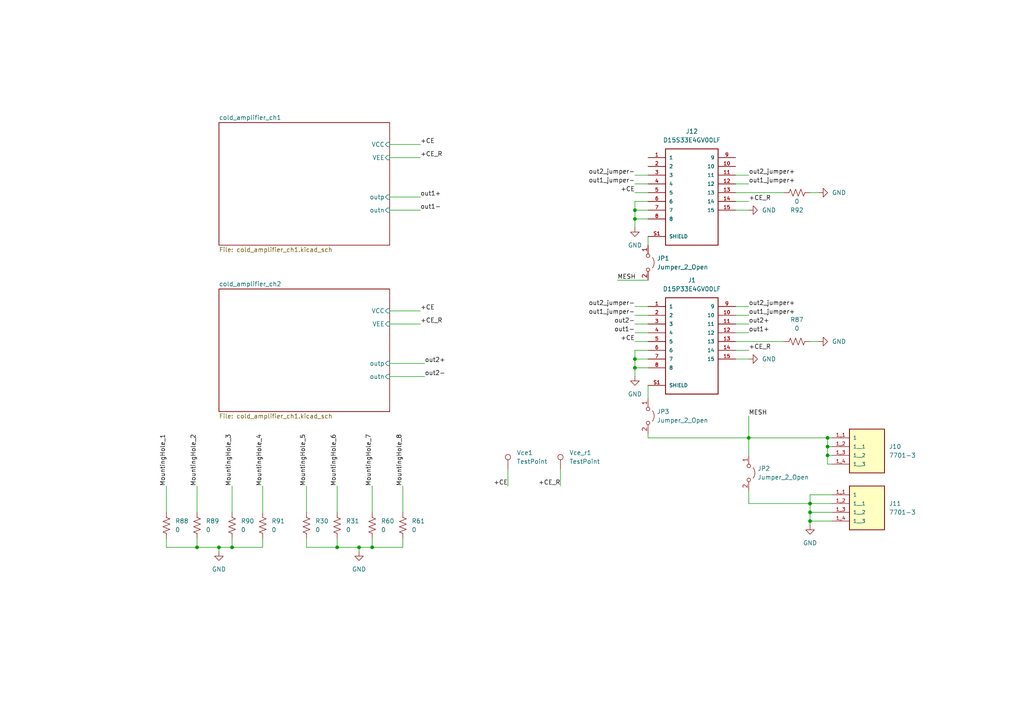
<source format=kicad_sch>
(kicad_sch (version 20230121) (generator eeschema)
  (paper "A4")
  (lib_symbols
    (symbol "7701-3:7701-3" (pin_names (offset 1.016))
      (property "Reference" "J" (at -5.08 3.302 0))
      (property "Value" "7701-3" (at -5.08 -12.7 0))
      (symbol "7701-3_0_0"
        (rectangle (start -5.08 2.54) (end 5.08 -10.16) (stroke (width 0.254)) (fill (type background)))
        (pin passive line (at -10.16 0 0) (length 5.08) (name "1") (number "1_1"))
        (pin passive line (at -10.16 -2.54 0) (length 5.08) (name "1__1") (number "1_2"))
        (pin passive line (at -10.16 -5.08 0) (length 5.08) (name "1__2") (number "1_3"))
        (pin passive line (at -10.16 -7.62 0) (length 5.08) (name "1__3") (number "1_4"))
      )
    )
    (symbol "Connector:TestPoint" (pin_numbers hide) (pin_names (offset 0.762) hide)
      (property "Reference" "TP" (at 0 6.858 0))
      (property "Value" "TestPoint" (at 0 5.08 0))
      (symbol "TestPoint_0_1"
        (circle (center 0 3.302) (radius 0.762))
      )
      (symbol "TestPoint_1_1"
        (pin passive line (at 0 0 90) (length 2.54) (name "1") (number "1"))
      )
    )
    (symbol "D15P33E4GV00LF:D15P33E4GV00LF" (pin_names (offset 1.016))
      (property "Reference" "J" (at -7.62 10.668 0))
      (property "Value" "D15P33E4GV00LF" (at -7.62 -21.59 0))
      (symbol "D15P33E4GV00LF_0_0"
        (polyline (pts (xy -7.62 -17.78) (xy 7.62 -17.78)) (stroke (width 0.254)))
        (polyline (pts (xy -7.62 7.62) (xy -7.62 -17.78)) (stroke (width 0.254)))
        (polyline (pts (xy -7.62 10.16) (xy -7.62 7.62)) (stroke (width 0.254)))
        (polyline (pts (xy 7.62 -17.78) (xy 7.62 10.16)) (stroke (width 0.254)))
        (polyline (pts (xy 7.62 10.16) (xy -7.62 10.16)) (stroke (width 0.254)))
        (pin passive line (at -12.7 7.62 0) (length 5.08) (name "1") (number "1"))
        (pin passive line (at 12.7 5.08 180) (length 5.08) (name "10") (number "10"))
        (pin passive line (at 12.7 2.54 180) (length 5.08) (name "11") (number "11"))
        (pin passive line (at 12.7 0 180) (length 5.08) (name "12") (number "12"))
        (pin passive line (at 12.7 -2.54 180) (length 5.08) (name "13") (number "13"))
        (pin passive line (at 12.7 -5.08 180) (length 5.08) (name "14") (number "14"))
        (pin passive line (at 12.7 -7.62 180) (length 5.08) (name "15") (number "15"))
        (pin passive line (at -12.7 5.08 0) (length 5.08) (name "2") (number "2"))
        (pin passive line (at -12.7 2.54 0) (length 5.08) (name "3") (number "3"))
        (pin passive line (at -12.7 0 0) (length 5.08) (name "4") (number "4"))
        (pin passive line (at -12.7 -2.54 0) (length 5.08) (name "5") (number "5"))
        (pin passive line (at -12.7 -5.08 0) (length 5.08) (name "6") (number "6"))
        (pin passive line (at -12.7 -7.62 0) (length 5.08) (name "7") (number "7"))
        (pin passive line (at -12.7 -10.16 0) (length 5.08) (name "8") (number "8"))
        (pin passive line (at 12.7 7.62 180) (length 5.08) (name "9") (number "9"))
      )
      (symbol "D15P33E4GV00LF_1_0"
        (pin passive line (at -12.7 -15.24 0) (length 5.08) (name "SHIELD") (number "S1"))
      )
    )
    (symbol "D15S33E4GV00LF:D15S33E4GV00LF" (pin_names (offset 1.016))
      (property "Reference" "J" (at -7.62 13.462 0))
      (property "Value" "D15S33E4GV00LF" (at -7.62 -17.78 0))
      (symbol "D15S33E4GV00LF_0_0"
        (pin passive line (at 12.7 7.62 180) (length 5.08) (name "10") (number "10"))
        (pin passive line (at 12.7 5.08 180) (length 5.08) (name "11") (number "11"))
        (pin passive line (at 12.7 2.54 180) (length 5.08) (name "12") (number "12"))
        (pin passive line (at 12.7 0 180) (length 5.08) (name "13") (number "13"))
        (pin passive line (at 12.7 -2.54 180) (length 5.08) (name "14") (number "14"))
        (pin passive line (at 12.7 -5.08 180) (length 5.08) (name "15") (number "15"))
        (pin passive line (at -12.7 -12.7 0) (length 5.08) (name "SHIELD") (number "S1"))
      )
      (symbol "D15S33E4GV00LF_1_0"
        (rectangle (start -7.62 12.7) (end 7.62 -15.24) (stroke (width 0.254)))
        (pin passive line (at -12.7 10.16 0) (length 5.08) (name "1") (number "1"))
        (pin passive line (at -12.7 7.62 0) (length 5.08) (name "2") (number "2"))
        (pin passive line (at -12.7 5.08 0) (length 5.08) (name "3") (number "3"))
        (pin passive line (at -12.7 2.54 0) (length 5.08) (name "4") (number "4"))
        (pin passive line (at -12.7 0 0) (length 5.08) (name "5") (number "5"))
        (pin passive line (at -12.7 -2.54 0) (length 5.08) (name "6") (number "6"))
        (pin passive line (at -12.7 -5.08 0) (length 5.08) (name "7") (number "7"))
        (pin passive line (at -12.7 -7.62 0) (length 5.08) (name "8") (number "8"))
        (pin passive line (at 12.7 10.16 180) (length 5.08) (name "9") (number "9"))
      )
    )
    (symbol "Device:R_US" (pin_numbers hide) (pin_names (offset 0))
      (property "Reference" "R" (at 2.54 0 90))
      (property "Value" "R_US" (at -2.54 0 90))
      (symbol "R_US_0_1"
        (polyline (pts (xy 0 -2.286) (xy 0 -2.54)))
        (polyline (pts (xy 0 2.286) (xy 0 2.54)))
        (polyline (pts (xy 0 -0.762) (xy 1.016 -1.143) (xy 0 -1.524) (xy -1.016 -1.905) (xy 0 -2.286)))
        (polyline (pts (xy 0 0.762) (xy 1.016 0.381) (xy 0 0) (xy -1.016 -0.381) (xy 0 -0.762)))
        (polyline (pts (xy 0 2.286) (xy 1.016 1.905) (xy 0 1.524) (xy -1.016 1.143) (xy 0 0.762)))
      )
      (symbol "R_US_1_1"
        (pin passive line (at 0 3.81 270) (length 1.27) (name "~") (number "1"))
        (pin passive line (at 0 -3.81 90) (length 1.27) (name "~") (number "2"))
      )
    )
    (symbol "Jumper:Jumper_2_Open" (pin_names (offset 0) hide)
      (property "Reference" "JP" (at 0 2.794 0))
      (property "Value" "Jumper_2_Open" (at 0 -2.286 0))
      (symbol "Jumper_2_Open_0_0"
        (circle (center -2.032 0) (radius 0.508))
        (circle (center 2.032 0) (radius 0.508))
      )
      (symbol "Jumper_2_Open_0_1"
        (arc (start 1.524 1.27) (mid 0 1.778) (end -1.524 1.27))
      )
      (symbol "Jumper_2_Open_1_1"
        (pin passive line (at -5.08 0 0) (length 2.54) (name "A") (number "1"))
        (pin passive line (at 5.08 0 180) (length 2.54) (name "B") (number "2"))
      )
    )
    (symbol "Jumper_2_Open_1" (pin_names (offset 0) hide)
      (property "Reference" "JP" (at 0 2.794 0))
      (property "Value" "Jumper_2_Open" (at 0 -2.286 0))
      (symbol "Jumper_2_Open_1_0_0"
        (circle (center -2.032 0) (radius 0.508))
        (circle (center 2.032 0) (radius 0.508))
      )
      (symbol "Jumper_2_Open_1_0_1"
        (arc (start 1.524 1.27) (mid 0 1.778) (end -1.524 1.27))
      )
      (symbol "Jumper_2_Open_1_1_1"
        (pin passive line (at -5.08 0 0) (length 2.54) (name "A") (number "1"))
        (pin passive line (at 5.08 0 180) (length 2.54) (name "B") (number "2"))
      )
    )
    (symbol "Jumper_2_Open_2" (pin_names (offset 0) hide)
      (property "Reference" "JP" (at 0 2.794 0))
      (property "Value" "Jumper_2_Open" (at 0 -2.286 0))
      (symbol "Jumper_2_Open_2_0_0"
        (circle (center -2.032 0) (radius 0.508))
        (circle (center 2.032 0) (radius 0.508))
      )
      (symbol "Jumper_2_Open_2_0_1"
        (arc (start 1.524 1.27) (mid 0 1.778) (end -1.524 1.27))
      )
      (symbol "Jumper_2_Open_2_1_1"
        (pin passive line (at -5.08 0 0) (length 2.54) (name "A") (number "1"))
        (pin passive line (at 5.08 0 180) (length 2.54) (name "B") (number "2"))
      )
    )
    (symbol "R_US_1" (pin_numbers hide) (pin_names (offset 0))
      (property "Reference" "R" (at 2.54 0 90))
      (property "Value" "R_US" (at -2.54 0 90))
      (symbol "R_US_1_0_1"
        (polyline (pts (xy 0 -2.286) (xy 0 -2.54)))
        (polyline (pts (xy 0 2.286) (xy 0 2.54)))
        (polyline (pts (xy 0 -0.762) (xy 1.016 -1.143) (xy 0 -1.524) (xy -1.016 -1.905) (xy 0 -2.286)))
        (polyline (pts (xy 0 0.762) (xy 1.016 0.381) (xy 0 0) (xy -1.016 -0.381) (xy 0 -0.762)))
        (polyline (pts (xy 0 2.286) (xy 1.016 1.905) (xy 0 1.524) (xy -1.016 1.143) (xy 0 0.762)))
      )
      (symbol "R_US_1_1_1"
        (pin passive line (at 0 3.81 270) (length 1.27) (name "~") (number "1"))
        (pin passive line (at 0 -3.81 90) (length 1.27) (name "~") (number "2"))
      )
    )
    (symbol "R_US_2" (pin_numbers hide) (pin_names (offset 0))
      (property "Reference" "R" (at 2.54 0 90))
      (property "Value" "R_US" (at -2.54 0 90))
      (symbol "R_US_2_0_1"
        (polyline (pts (xy 0 -2.286) (xy 0 -2.54)))
        (polyline (pts (xy 0 2.286) (xy 0 2.54)))
        (polyline (pts (xy 0 -0.762) (xy 1.016 -1.143) (xy 0 -1.524) (xy -1.016 -1.905) (xy 0 -2.286)))
        (polyline (pts (xy 0 0.762) (xy 1.016 0.381) (xy 0 0) (xy -1.016 -0.381) (xy 0 -0.762)))
        (polyline (pts (xy 0 2.286) (xy 1.016 1.905) (xy 0 1.524) (xy -1.016 1.143) (xy 0 0.762)))
      )
      (symbol "R_US_2_1_1"
        (pin passive line (at 0 3.81 270) (length 1.27) (name "~") (number "1"))
        (pin passive line (at 0 -3.81 90) (length 1.27) (name "~") (number "2"))
      )
    )
    (symbol "R_US_3" (pin_numbers hide) (pin_names (offset 0))
      (property "Reference" "R" (at 2.54 0 90))
      (property "Value" "R_US" (at -2.54 0 90))
      (symbol "R_US_3_0_1"
        (polyline (pts (xy 0 -2.286) (xy 0 -2.54)))
        (polyline (pts (xy 0 2.286) (xy 0 2.54)))
        (polyline (pts (xy 0 -0.762) (xy 1.016 -1.143) (xy 0 -1.524) (xy -1.016 -1.905) (xy 0 -2.286)))
        (polyline (pts (xy 0 0.762) (xy 1.016 0.381) (xy 0 0) (xy -1.016 -0.381) (xy 0 -0.762)))
        (polyline (pts (xy 0 2.286) (xy 1.016 1.905) (xy 0 1.524) (xy -1.016 1.143) (xy 0 0.762)))
      )
      (symbol "R_US_3_1_1"
        (pin passive line (at 0 3.81 270) (length 1.27) (name "~") (number "1"))
        (pin passive line (at 0 -3.81 90) (length 1.27) (name "~") (number "2"))
      )
    )
    (symbol "R_US_4" (pin_numbers hide) (pin_names (offset 0))
      (property "Reference" "R" (at 2.54 0 90))
      (property "Value" "R_US" (at -2.54 0 90))
      (symbol "R_US_4_0_1"
        (polyline (pts (xy 0 -2.286) (xy 0 -2.54)))
        (polyline (pts (xy 0 2.286) (xy 0 2.54)))
        (polyline (pts (xy 0 -0.762) (xy 1.016 -1.143) (xy 0 -1.524) (xy -1.016 -1.905) (xy 0 -2.286)))
        (polyline (pts (xy 0 0.762) (xy 1.016 0.381) (xy 0 0) (xy -1.016 -0.381) (xy 0 -0.762)))
        (polyline (pts (xy 0 2.286) (xy 1.016 1.905) (xy 0 1.524) (xy -1.016 1.143) (xy 0 0.762)))
      )
      (symbol "R_US_4_1_1"
        (pin passive line (at 0 3.81 270) (length 1.27) (name "~") (number "1"))
        (pin passive line (at 0 -3.81 90) (length 1.27) (name "~") (number "2"))
      )
    )
    (symbol "R_US_5" (pin_numbers hide) (pin_names (offset 0))
      (property "Reference" "R" (at 2.54 0 90))
      (property "Value" "R_US" (at -2.54 0 90))
      (symbol "R_US_5_0_1"
        (polyline (pts (xy 0 -2.286) (xy 0 -2.54)))
        (polyline (pts (xy 0 2.286) (xy 0 2.54)))
        (polyline (pts (xy 0 -0.762) (xy 1.016 -1.143) (xy 0 -1.524) (xy -1.016 -1.905) (xy 0 -2.286)))
        (polyline (pts (xy 0 0.762) (xy 1.016 0.381) (xy 0 0) (xy -1.016 -0.381) (xy 0 -0.762)))
        (polyline (pts (xy 0 2.286) (xy 1.016 1.905) (xy 0 1.524) (xy -1.016 1.143) (xy 0 0.762)))
      )
      (symbol "R_US_5_1_1"
        (pin passive line (at 0 3.81 270) (length 1.27) (name "~") (number "1"))
        (pin passive line (at 0 -3.81 90) (length 1.27) (name "~") (number "2"))
      )
    )
    (symbol "R_US_6" (pin_numbers hide) (pin_names (offset 0))
      (property "Reference" "R" (at 2.54 0 90))
      (property "Value" "R_US" (at -2.54 0 90))
      (symbol "R_US_6_0_1"
        (polyline (pts (xy 0 -2.286) (xy 0 -2.54)))
        (polyline (pts (xy 0 2.286) (xy 0 2.54)))
        (polyline (pts (xy 0 -0.762) (xy 1.016 -1.143) (xy 0 -1.524) (xy -1.016 -1.905) (xy 0 -2.286)))
        (polyline (pts (xy 0 0.762) (xy 1.016 0.381) (xy 0 0) (xy -1.016 -0.381) (xy 0 -0.762)))
        (polyline (pts (xy 0 2.286) (xy 1.016 1.905) (xy 0 1.524) (xy -1.016 1.143) (xy 0 0.762)))
      )
      (symbol "R_US_6_1_1"
        (pin passive line (at 0 3.81 270) (length 1.27) (name "~") (number "1"))
        (pin passive line (at 0 -3.81 90) (length 1.27) (name "~") (number "2"))
      )
    )
    (symbol "R_US_7" (pin_numbers hide) (pin_names (offset 0))
      (property "Reference" "R" (at 2.54 0 90))
      (property "Value" "R_US" (at -2.54 0 90))
      (symbol "R_US_7_0_1"
        (polyline (pts (xy 0 -2.286) (xy 0 -2.54)))
        (polyline (pts (xy 0 2.286) (xy 0 2.54)))
        (polyline (pts (xy 0 -0.762) (xy 1.016 -1.143) (xy 0 -1.524) (xy -1.016 -1.905) (xy 0 -2.286)))
        (polyline (pts (xy 0 0.762) (xy 1.016 0.381) (xy 0 0) (xy -1.016 -0.381) (xy 0 -0.762)))
        (polyline (pts (xy 0 2.286) (xy 1.016 1.905) (xy 0 1.524) (xy -1.016 1.143) (xy 0 0.762)))
      )
      (symbol "R_US_7_1_1"
        (pin passive line (at 0 3.81 270) (length 1.27) (name "~") (number "1"))
        (pin passive line (at 0 -3.81 90) (length 1.27) (name "~") (number "2"))
      )
    )
    (symbol "R_US_8" (pin_numbers hide) (pin_names (offset 0))
      (property "Reference" "R" (at 2.54 0 90))
      (property "Value" "R_US" (at -2.54 0 90))
      (symbol "R_US_8_0_1"
        (polyline (pts (xy 0 -2.286) (xy 0 -2.54)))
        (polyline (pts (xy 0 2.286) (xy 0 2.54)))
        (polyline (pts (xy 0 -0.762) (xy 1.016 -1.143) (xy 0 -1.524) (xy -1.016 -1.905) (xy 0 -2.286)))
        (polyline (pts (xy 0 0.762) (xy 1.016 0.381) (xy 0 0) (xy -1.016 -0.381) (xy 0 -0.762)))
        (polyline (pts (xy 0 2.286) (xy 1.016 1.905) (xy 0 1.524) (xy -1.016 1.143) (xy 0 0.762)))
      )
      (symbol "R_US_8_1_1"
        (pin passive line (at 0 3.81 270) (length 1.27) (name "~") (number "1"))
        (pin passive line (at 0 -3.81 90) (length 1.27) (name "~") (number "2"))
      )
    )
    (symbol "power:GND" (power) (pin_names (offset 0))
      (property "Value" "GND" (at 0 -3.81 0))
      (symbol "GND_0_1"
        (polyline (pts (xy 0 0) (xy 0 -1.27) (xy 1.27 -1.27) (xy 0 -2.54) (xy -1.27 -1.27) (xy 0 -1.27)))
      )
      (symbol "GND_1_1"
        (pin power_in line (at 0 0 270) (length 0) hide (name "GND") (number "1"))
      )
    )
  )
  (junction (at 184.15 106.68))
  (junction (at 97.79 158.75))
  (junction (at 184.15 63.5))
  (junction (at 63.5 158.75))
  (junction (at 234.95 148.59))
  (junction (at 234.95 146.05))
  (junction (at 240.03 132.08))
  (junction (at 240.03 127))
  (junction (at 184.15 104.14))
  (junction (at 184.15 60.96))
  (junction (at 234.95 151.13))
  (junction (at 217.17 127))
  (junction (at 104.14 158.75))
  (junction (at 57.15 158.75))
  (junction (at 240.03 129.54))
  (junction (at 107.95 158.75))
  (junction (at 67.31 158.75))
  (wire (pts (xy 107.95 158.75) (xy 104.14 158.75)))
  (wire (pts (xy 113.03 90.17) (xy 121.92 90.17)))
  (wire (pts (xy 213.36 50.8) (xy 217.17 50.8)))
  (wire (pts (xy 234.95 146.05) (xy 234.95 148.59)))
  (wire (pts (xy 67.31 140.97) (xy 67.31 148.59)))
  (wire (pts (xy 217.17 146.05) (xy 234.95 146.05)))
  (wire (pts (xy 234.95 151.13) (xy 241.3 151.13)))
  (wire (pts (xy 48.26 140.97) (xy 48.26 148.59)))
  (wire (pts (xy 187.96 58.42) (xy 184.15 58.42)))
  (wire (pts (xy 113.03 41.91) (xy 121.92 41.91)))
  (wire (pts (xy 184.15 104.14) (xy 184.15 106.68)))
  (wire (pts (xy 184.15 99.06) (xy 187.96 99.06)))
  (wire (pts (xy 187.96 93.98) (xy 184.15 93.98)))
  (wire (pts (xy 67.31 156.21) (xy 67.31 158.75)))
  (wire (pts (xy 179.07 81.28) (xy 187.96 81.28)))
  (wire (pts (xy 187.96 125.73) (xy 187.96 127)))
  (wire (pts (xy 113.03 60.96) (xy 121.92 60.96)))
  (wire (pts (xy 107.95 140.97) (xy 107.95 148.59)))
  (wire (pts (xy 187.96 101.6) (xy 184.15 101.6)))
  (wire (pts (xy 213.36 91.44) (xy 217.17 91.44)))
  (wire (pts (xy 97.79 140.97) (xy 97.79 148.59)))
  (wire (pts (xy 213.36 101.6) (xy 217.17 101.6)))
  (wire (pts (xy 184.15 101.6) (xy 184.15 104.14)))
  (wire (pts (xy 113.03 93.98) (xy 121.92 93.98)))
  (wire (pts (xy 57.15 156.21) (xy 57.15 158.75)))
  (wire (pts (xy 213.36 53.34) (xy 217.17 53.34)))
  (wire (pts (xy 234.95 146.05) (xy 241.3 146.05)))
  (wire (pts (xy 184.15 60.96) (xy 184.15 63.5)))
  (wire (pts (xy 213.36 60.96) (xy 217.17 60.96)))
  (wire (pts (xy 217.17 120.65) (xy 217.17 127)))
  (wire (pts (xy 116.84 140.97) (xy 116.84 148.59)))
  (wire (pts (xy 187.96 111.76) (xy 187.96 115.57)))
  (wire (pts (xy 240.03 127) (xy 240.03 129.54)))
  (wire (pts (xy 213.36 96.52) (xy 217.17 96.52)))
  (wire (pts (xy 107.95 156.21) (xy 107.95 158.75)))
  (wire (pts (xy 184.15 63.5) (xy 187.96 63.5)))
  (wire (pts (xy 97.79 158.75) (xy 88.9 158.75)))
  (wire (pts (xy 63.5 158.75) (xy 63.5 160.02)))
  (wire (pts (xy 240.03 132.08) (xy 241.3 132.08)))
  (wire (pts (xy 104.14 158.75) (xy 104.14 160.02)))
  (wire (pts (xy 147.32 135.89) (xy 147.32 140.97)))
  (wire (pts (xy 63.5 158.75) (xy 57.15 158.75)))
  (wire (pts (xy 234.95 99.06) (xy 237.49 99.06)))
  (wire (pts (xy 213.36 55.88) (xy 227.33 55.88)))
  (wire (pts (xy 67.31 158.75) (xy 63.5 158.75)))
  (wire (pts (xy 234.95 148.59) (xy 241.3 148.59)))
  (wire (pts (xy 217.17 142.24) (xy 217.17 146.05)))
  (wire (pts (xy 184.15 55.88) (xy 187.96 55.88)))
  (wire (pts (xy 76.2 156.21) (xy 76.2 158.75)))
  (wire (pts (xy 187.96 88.9) (xy 184.15 88.9)))
  (wire (pts (xy 240.03 129.54) (xy 241.3 129.54)))
  (wire (pts (xy 76.2 140.97) (xy 76.2 148.59)))
  (wire (pts (xy 241.3 127) (xy 240.03 127)))
  (wire (pts (xy 241.3 143.51) (xy 234.95 143.51)))
  (wire (pts (xy 97.79 156.21) (xy 97.79 158.75)))
  (wire (pts (xy 184.15 63.5) (xy 184.15 66.04)))
  (wire (pts (xy 184.15 60.96) (xy 187.96 60.96)))
  (wire (pts (xy 76.2 158.75) (xy 67.31 158.75)))
  (wire (pts (xy 113.03 57.15) (xy 121.92 57.15)))
  (wire (pts (xy 234.95 148.59) (xy 234.95 151.13)))
  (wire (pts (xy 240.03 129.54) (xy 240.03 132.08)))
  (wire (pts (xy 234.95 55.88) (xy 237.49 55.88)))
  (wire (pts (xy 113.03 45.72) (xy 121.92 45.72)))
  (wire (pts (xy 187.96 53.34) (xy 184.15 53.34)))
  (wire (pts (xy 162.56 135.89) (xy 162.56 140.97)))
  (wire (pts (xy 213.36 93.98) (xy 217.17 93.98)))
  (wire (pts (xy 184.15 58.42) (xy 184.15 60.96)))
  (wire (pts (xy 234.95 143.51) (xy 234.95 146.05)))
  (wire (pts (xy 113.03 105.41) (xy 123.19 105.41)))
  (wire (pts (xy 213.36 58.42) (xy 217.17 58.42)))
  (wire (pts (xy 57.15 158.75) (xy 48.26 158.75)))
  (wire (pts (xy 184.15 104.14) (xy 187.96 104.14)))
  (wire (pts (xy 240.03 132.08) (xy 240.03 134.62)))
  (wire (pts (xy 217.17 127) (xy 240.03 127)))
  (wire (pts (xy 184.15 106.68) (xy 184.15 109.22)))
  (wire (pts (xy 116.84 156.21) (xy 116.84 158.75)))
  (wire (pts (xy 213.36 88.9) (xy 217.17 88.9)))
  (wire (pts (xy 88.9 140.97) (xy 88.9 148.59)))
  (wire (pts (xy 57.15 140.97) (xy 57.15 148.59)))
  (wire (pts (xy 234.95 151.13) (xy 234.95 152.4)))
  (wire (pts (xy 187.96 96.52) (xy 184.15 96.52)))
  (wire (pts (xy 217.17 132.08) (xy 217.17 127)))
  (wire (pts (xy 113.03 109.22) (xy 123.19 109.22)))
  (wire (pts (xy 187.96 91.44) (xy 184.15 91.44)))
  (wire (pts (xy 240.03 134.62) (xy 241.3 134.62)))
  (wire (pts (xy 48.26 158.75) (xy 48.26 156.21)))
  (wire (pts (xy 116.84 158.75) (xy 107.95 158.75)))
  (wire (pts (xy 104.14 158.75) (xy 97.79 158.75)))
  (wire (pts (xy 187.96 68.58) (xy 187.96 71.12)))
  (wire (pts (xy 187.96 127) (xy 217.17 127)))
  (wire (pts (xy 187.96 50.8) (xy 184.15 50.8)))
  (wire (pts (xy 213.36 104.14) (xy 217.17 104.14)))
  (wire (pts (xy 213.36 99.06) (xy 227.33 99.06)))
  (wire (pts (xy 184.15 106.68) (xy 187.96 106.68)))
  (wire (pts (xy 88.9 158.75) (xy 88.9 156.21)))
  (label "+CE" (at 121.92 90.17 0))
  (label "out1-" (at 121.92 60.96 0))
  (label "+CE" (at 184.15 55.88 180))
  (label "+CE_R" (at 162.56 140.97 180))
  (label "MountingHole_4" (at 76.2 140.97 90))
  (label "MESH" (at 217.17 120.65 0))
  (label "out2+" (at 123.19 105.41 0))
  (label "out1_jumper+" (at 217.17 91.44 0))
  (label "+CE_R" (at 217.17 101.6 0))
  (label "+CE" (at 121.92 41.91 0))
  (label "out2+" (at 217.17 93.98 0))
  (label "out1+" (at 121.92 57.15 0))
  (label "+CE" (at 184.15 99.06 180))
  (label "out2-" (at 184.15 93.98 180))
  (label "+CE" (at 147.32 140.97 180))
  (label "out2_jumper-" (at 184.15 50.8 180))
  (label "out1_jumper+" (at 217.17 53.34 0))
  (label "MESH" (at 179.07 81.28 0))
  (label "out1+" (at 217.17 96.52 0))
  (label "+CE_R" (at 217.17 58.42 0))
  (label "out2_jumper+" (at 217.17 88.9 0))
  (label "out2_jumper-" (at 184.15 88.9 180))
  (label "MountingHole_7" (at 107.95 140.97 90))
  (label "out2-" (at 123.19 109.22 0))
  (label "out1_jumper-" (at 184.15 53.34 180))
  (label "MountingHole_3" (at 67.31 140.97 90))
  (label "+CE_R" (at 121.92 93.98 0))
  (label "out2_jumper+" (at 217.17 50.8 0))
  (label "out1_jumper-" (at 184.15 91.44 180))
  (label "MountingHole_2" (at 57.15 140.97 90))
  (label "MountingHole_8" (at 116.84 140.97 90))
  (label "MountingHole_6" (at 97.79 140.97 90))
  (label "MountingHole_5" (at 88.9 140.97 90))
  (label "out1-" (at 184.15 96.52 180))
  (label "+CE_R" (at 121.92 45.72 0))
  (label "MountingHole_1" (at 48.26 140.97 90))
  (symbol (lib_name "R_US_5") (lib_id "Device:R_US") (at 88.9 152.4 180) (unit 1)
    (property "Reference" "R30" (at 91.44 151.13 0) (effects (justify right)))
    (property "Value" "0" (at 91.44 153.67 0) (effects (justify right)))
    (property "Footprint" "Resistor_SMD:R_0805_2012Metric" (effects hide))
    (property "Manufacturer" "Vishay Beyschlag/Draloric/BC Components" (effects hide))
    (property "Part Number" "MCU0805MZ0000ZP500" (effects hide))
    (property "Digikey Part Number" "749-MCU0805MZ0000ZP500CT-ND" (effects hide))
    (property "Description" "0 Ohms Jumper Chip Resistor 0805 (2012 Metric) Anti-Sulfur, Automotive AEC-Q200 Thin Film" (effects hide))
  )
  (symbol (lib_id "power:GND") (at 217.17 60.96 90) (unit 1)
    (property "Reference" "#PWR017" (effects hide))
    (property "Value" "GND" (at 220.98 60.96 90) (effects (justify right)))
  )
  (symbol (lib_id "7701-3:7701-3") (at 251.46 143.51 0) (unit 1)
    (property "Reference" "J11" (at 257.81 146.05 0) (effects (justify left)))
    (property "Value" "7701-3" (at 257.81 148.59 0) (effects (justify left)))
    (property "Footprint" "7701-3:KEYSTONE_7701-3" (effects hide))
    (property "Manufacturer" "Keystone Electronics" (effects hide))
    (property "Part Number" "7701-3" (effects hide))
    (property "Digikey Part Number" "36-7701-3-ND" (effects hide))
    (property "Description" "4 Pin Screw Terminal, Power Tap 6-32 Through Hole" (effects hide))
  )
  (symbol (lib_id "power:GND") (at 237.49 99.06 90) (unit 1)
    (property "Reference" "#PWR054" (effects hide))
    (property "Value" "GND" (at 241.3 99.06 90) (effects (justify right)))
  )
  (symbol (lib_name "R_US_4") (lib_id "Device:R_US") (at 76.2 152.4 180) (unit 1)
    (property "Reference" "R91" (at 78.74 151.13 0) (effects (justify right)))
    (property "Value" "0" (at 78.74 153.67 0) (effects (justify right)))
    (property "Footprint" "Resistor_SMD:R_0805_2012Metric" (effects hide))
    (property "Manufacturer" "Vishay Beyschlag/Draloric/BC Components" (effects hide))
    (property "Part Number" "MCU0805MZ0000ZP500" (effects hide))
    (property "Digikey Part Number" "749-MCU0805MZ0000ZP500CT-ND" (effects hide))
    (property "Description" "0 Ohms Jumper Chip Resistor 0805 (2012 Metric) Anti-Sulfur, Automotive AEC-Q200 Thin Film" (effects hide))
  )
  (symbol (lib_id "power:GND") (at 184.15 109.22 0) (unit 1)
    (property "Reference" "#PWR052" (effects hide))
    (property "Value" "GND" (at 184.15 114.3 0))
  )
  (symbol (lib_id "D15S33E4GV00LF:D15S33E4GV00LF") (at 200.66 55.88 0) (unit 1)
    (property "Reference" "J12" (at 200.66 38.1 0))
    (property "Value" "D15S33E4GV00LF" (at 200.66 40.64 0))
    (property "Footprint" "D15S33E4GV00LF:AMPHENOL_D15S33E4GV00LF" (effects hide))
    (property "Manufacturer" "Amphenol ICC (FCI)" (effects hide))
    (property "Part Number" "D15S33E4GV00LF" (effects hide))
    (property "Digikey Part Number" "609-1498-ND" (effects hide))
    (property "Description" "15 Position D-Sub Receptacle, Female Sockets Connector" (effects hide))
  )
  (symbol (lib_id "Device:R_US") (at 231.14 55.88 270) (unit 1)
    (property "Reference" "R92" (at 231.14 60.96 90))
    (property "Value" "0" (at 231.14 58.42 90))
    (property "Footprint" "Resistor_SMD:R_0603_1608Metric" (effects hide))
    (property "Manufacturer" "Vishay Beyschlag/Draloric/BC Components" (effects hide))
    (property "Part Number" "MCU0805MZ0000ZP500" (effects hide))
    (property "Digikey Part Number" "749-MCU0805MZ0000ZP500CT-ND" (effects hide))
    (property "Description" "0 Ohms Jumper Chip Resistor 0805 (2012 Metric) Anti-Sulfur, Automotive AEC-Q200 Thin Film" (effects hide))
  )
  (symbol (lib_id "power:GND") (at 234.95 152.4 0) (unit 1)
    (property "Reference" "#PWR051" (effects hide))
    (property "Value" "GND" (at 234.95 157.48 0))
  )
  (symbol (lib_id "7701-3:7701-3") (at 251.46 127 0) (unit 1)
    (property "Reference" "J10" (at 257.81 129.54 0) (effects (justify left)))
    (property "Value" "7701-3" (at 257.81 132.08 0) (effects (justify left)))
    (property "Footprint" "7701-3:KEYSTONE_7701-3" (effects hide))
    (property "Manufacturer" "Keystone Electronics" (effects hide))
    (property "Part Number" "7701-3" (effects hide))
    (property "Digikey Part Number" "36-7701-3-ND" (effects hide))
    (property "Description" "4 Pin Screw Terminal, Power Tap 6-32 Through Hole" (effects hide))
  )
  (symbol (lib_name "R_US_8") (lib_id "Device:R_US") (at 116.84 152.4 180) (unit 1)
    (property "Reference" "R61" (at 119.38 151.13 0) (effects (justify right)))
    (property "Value" "0" (at 119.38 153.67 0) (effects (justify right)))
    (property "Footprint" "Resistor_SMD:R_0805_2012Metric" (effects hide))
    (property "Manufacturer" "Vishay Beyschlag/Draloric/BC Components" (effects hide))
    (property "Part Number" "MCU0805MZ0000ZP500" (effects hide))
    (property "Digikey Part Number" "749-MCU0805MZ0000ZP500CT-ND" (effects hide))
    (property "Description" "0 Ohms Jumper Chip Resistor 0805 (2012 Metric) Anti-Sulfur, Automotive AEC-Q200 Thin Film" (effects hide))
  )
  (symbol (lib_id "Connector:TestPoint") (at 147.32 135.89 0) (unit 1) (in_bom no)
    (property "Reference" "Vce1" (at 149.86 131.318 0) (effects (justify left)))
    (property "Value" "TestPoint" (at 149.86 133.858 0) (effects (justify left)))
    (property "Footprint" "TestPoint:TestPoint_THTPad_1.0x1.0mm_Drill0.5mm" (effects hide))
  )
  (symbol (lib_id "power:GND") (at 104.14 160.02 0) (unit 1)
    (property "Reference" "#PWR02" (effects hide))
    (property "Value" "GND" (at 104.14 165.1 0))
  )
  (symbol (lib_name "Jumper_2_Open_2") (lib_id "Jumper:Jumper_2_Open") (at 187.96 120.65 270) (unit 1)
    (property "Reference" "JP3" (at 190.5 119.38 90) (effects (justify left)))
    (property "Value" "Jumper_2_Open" (at 190.5 121.92 90) (effects (justify left)))
    (property "Footprint" "Resistor_SMD:R_1206_3216Metric" (effects hide))
    (property "Manufacturer" "Stackpole Electronics Inc" (effects hide))
    (property "Part Number" "RMCF1206ZT0R00" (effects hide))
    (property "Digikey Part Number" "RMCF1206ZT0R00CT-ND" (effects hide))
    (property "Description" "0 Ohms Jumper Chip Resistor 1206 (3216 Metric) Automotive AEC-Q200 Thick Film" (effects hide))
  )
  (symbol (lib_id "power:GND") (at 237.49 55.88 90) (unit 1)
    (property "Reference" "#PWR033" (effects hide))
    (property "Value" "GND" (at 241.3 55.88 90) (effects (justify right)))
  )
  (symbol (lib_id "Connector:TestPoint") (at 162.56 135.89 0) (unit 1) (in_bom no)
    (property "Reference" "Vce_r1" (at 165.1 131.318 0) (effects (justify left)))
    (property "Value" "TestPoint" (at 165.1 133.858 0) (effects (justify left)))
    (property "Footprint" "TestPoint:TestPoint_THTPad_1.0x1.0mm_Drill0.5mm" (effects hide))
  )
  (symbol (lib_id "power:GND") (at 217.17 104.14 90) (unit 1)
    (property "Reference" "#PWR053" (effects hide))
    (property "Value" "GND" (at 220.98 104.14 90) (effects (justify right)))
  )
  (symbol (lib_id "D15P33E4GV00LF:D15P33E4GV00LF") (at 200.66 96.52 0) (unit 1)
    (property "Reference" "J1" (at 200.66 81.28 0))
    (property "Value" "D15P33E4GV00LF" (at 200.66 83.82 0))
    (property "Footprint" "User_footprints:AMPHENOL_D15P33E4GV00LF" (effects hide))
    (property "Manufacturer" "Amphenol ICC (FCI)" (effects hide))
    (property "Part Number" "D15P33E4GV00LF" (effects hide))
    (property "Digikey Part Number" "609-1492-ND" (effects hide))
    (property "Description" "15 Position D-Sub Plug, Male Pins Connector" (effects hide))
  )
  (symbol (lib_name "R_US_2") (lib_id "Device:R_US") (at 57.15 152.4 180) (unit 1)
    (property "Reference" "R89" (at 59.69 151.13 0) (effects (justify right)))
    (property "Value" "0" (at 59.69 153.67 0) (effects (justify right)))
    (property "Footprint" "Resistor_SMD:R_0805_2012Metric" (effects hide))
    (property "Manufacturer" "Vishay Beyschlag/Draloric/BC Components" (effects hide))
    (property "Part Number" "MCU0805MZ0000ZP500" (effects hide))
    (property "Digikey Part Number" "749-MCU0805MZ0000ZP500CT-ND" (effects hide))
    (property "Description" "0 Ohms Jumper Chip Resistor 0805 (2012 Metric) Anti-Sulfur, Automotive AEC-Q200 Thin Film" (effects hide))
  )
  (symbol (lib_name "R_US_1") (lib_id "Device:R_US") (at 48.26 152.4 180) (unit 1)
    (property "Reference" "R88" (at 50.8 151.13 0) (effects (justify right)))
    (property "Value" "0" (at 50.8 153.67 0) (effects (justify right)))
    (property "Footprint" "Resistor_SMD:R_0805_2012Metric" (effects hide))
    (property "Manufacturer" "Vishay Beyschlag/Draloric/BC Components" (effects hide))
    (property "Part Number" "MCU0805MZ0000ZP500" (effects hide))
    (property "Digikey Part Number" "749-MCU0805MZ0000ZP500CT-ND" (effects hide))
    (property "Description" "0 Ohms Jumper Chip Resistor 0805 (2012 Metric) Anti-Sulfur, Automotive AEC-Q200 Thin Film" (effects hide))
  )
  (symbol (lib_id "Device:R_US") (at 231.14 99.06 270) (unit 1)
    (property "Reference" "R87" (at 231.14 92.71 90))
    (property "Value" "0" (at 231.14 95.25 90))
    (property "Footprint" "Resistor_SMD:R_0603_1608Metric" (effects hide))
    (property "Manufacturer" "Vishay Beyschlag/Draloric/BC Components" (effects hide))
    (property "Part Number" "MCU0805MZ0000ZP500" (effects hide))
    (property "Digikey Part Number" "749-MCU0805MZ0000ZP500CT-ND" (effects hide))
    (property "Description" "0 Ohms Jumper Chip Resistor 0805 (2012 Metric) Anti-Sulfur, Automotive AEC-Q200 Thin Film" (effects hide))
  )
  (symbol (lib_id "Jumper:Jumper_2_Open") (at 187.96 76.2 270) (unit 1)
    (property "Reference" "JP1" (at 190.5 74.93 90) (effects (justify left)))
    (property "Value" "Jumper_2_Open" (at 190.5 77.47 90) (effects (justify left)))
    (property "Footprint" "Resistor_SMD:R_1206_3216Metric" (effects hide))
    (property "Manufacturer" "Stackpole Electronics Inc" (effects hide))
    (property "Part Number" "RMCF1206ZT0R00" (effects hide))
    (property "Digikey Part Number" "RMCF1206ZT0R00CT-ND" (effects hide))
    (property "Description" "0 Ohms Jumper Chip Resistor 1206 (3216 Metric) Automotive AEC-Q200 Thick Film" (effects hide))
  )
  (symbol (lib_id "power:GND") (at 184.15 66.04 0) (unit 1)
    (property "Reference" "#PWR06" (effects hide))
    (property "Value" "GND" (at 184.15 71.12 0))
  )
  (symbol (lib_name "R_US_7") (lib_id "Device:R_US") (at 107.95 152.4 180) (unit 1)
    (property "Reference" "R60" (at 110.49 151.13 0) (effects (justify right)))
    (property "Value" "0" (at 110.49 153.67 0) (effects (justify right)))
    (property "Footprint" "Resistor_SMD:R_0805_2012Metric" (effects hide))
    (property "Manufacturer" "Vishay Beyschlag/Draloric/BC Components" (effects hide))
    (property "Part Number" "MCU0805MZ0000ZP500" (effects hide))
    (property "Digikey Part Number" "749-MCU0805MZ0000ZP500CT-ND" (effects hide))
    (property "Description" "0 Ohms Jumper Chip Resistor 0805 (2012 Metric) Anti-Sulfur, Automotive AEC-Q200 Thin Film" (effects hide))
  )
  (symbol (lib_name "Jumper_2_Open_1") (lib_id "Jumper:Jumper_2_Open") (at 217.17 137.16 270) (unit 1)
    (property "Reference" "JP2" (at 219.71 135.89 90) (effects (justify left)))
    (property "Value" "Jumper_2_Open" (at 219.71 138.43 90) (effects (justify left)))
    (property "Footprint" "Resistor_SMD:R_1206_3216Metric" (effects hide))
    (property "Manufacturer" "Stackpole Electronics Inc" (effects hide))
    (property "Part Number" "RMCF1206ZT0R00" (effects hide))
    (property "Digikey Part Number" "RMCF1206ZT0R00CT-ND" (effects hide))
    (property "Description" "0 Ohms Jumper Chip Resistor 1206 (3216 Metric) Automotive AEC-Q200 Thick Film" (effects hide))
  )
  (symbol (lib_name "R_US_3") (lib_id "Device:R_US") (at 67.31 152.4 180) (unit 1)
    (property "Reference" "R90" (at 69.85 151.13 0) (effects (justify right)))
    (property "Value" "0" (at 69.85 153.67 0) (effects (justify right)))
    (property "Footprint" "Resistor_SMD:R_0805_2012Metric" (effects hide))
    (property "Manufacturer" "Vishay Beyschlag/Draloric/BC Components" (effects hide))
    (property "Part Number" "MCU0805MZ0000ZP500" (effects hide))
    (property "Digikey Part Number" "749-MCU0805MZ0000ZP500CT-ND" (effects hide))
    (property "Description" "0 Ohms Jumper Chip Resistor 0805 (2012 Metric) Anti-Sulfur, Automotive AEC-Q200 Thin Film" (effects hide))
  )
  (symbol (lib_id "power:GND") (at 63.5 160.02 0) (unit 1)
    (property "Reference" "#PWR018" (effects hide))
    (property "Value" "GND" (at 63.5 165.1 0))
  )
  (symbol (lib_name "R_US_6") (lib_id "Device:R_US") (at 97.79 152.4 180) (unit 1)
    (property "Reference" "R31" (at 100.33 151.13 0) (effects (justify right)))
    (property "Value" "0" (at 100.33 153.67 0) (effects (justify right)))
    (property "Footprint" "Resistor_SMD:R_0805_2012Metric" (effects hide))
    (property "Manufacturer" "Vishay Beyschlag/Draloric/BC Components" (effects hide))
    (property "Part Number" "MCU0805MZ0000ZP500" (effects hide))
    (property "Digikey Part Number" "749-MCU0805MZ0000ZP500CT-ND" (effects hide))
    (property "Description" "0 Ohms Jumper Chip Resistor 0805 (2012 Metric) Anti-Sulfur, Automotive AEC-Q200 Thin Film" (effects hide))
  )
  (sheet (at 63.5 83.82) (size 49.53 35.56) (stroke (width 0.1524))
    (property "Sheetname" "cold_amplifier_ch2" (at 63.5 83.1084 0) (effects (justify left bottom)))
    (property "Sheetfile" "cold_amplifier_ch1.kicad_sch" (at 63.5 119.9646 0) (effects (justify left top)))
    (pin "VCC" input (at 113.03 90.17 0))
    (pin "outp" input (at 113.03 105.41 0))
    (pin "outn" input (at 113.03 109.22 0))
    (pin "VEE" input (at 113.03 93.98 0))
  )
  (sheet (at 63.5 35.56) (size 49.53 35.56) (stroke (width 0.1524))
    (property "Sheetname" "cold_amplifier_ch1" (at 63.5 34.8484 0) (effects (justify left bottom)))
    (property "Sheetfile" "cold_amplifier_ch1.kicad_sch" (at 63.5 71.7046 0) (effects (justify left top)))
    (pin "VCC" input (at 113.03 41.91 0))
    (pin "outp" input (at 113.03 57.15 0))
    (pin "outn" input (at 113.03 60.96 0))
    (pin "VEE" input (at 113.03 45.72 0))
  )
)
</source>
